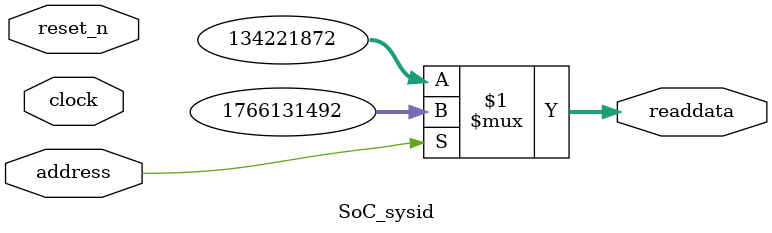
<source format=v>

`timescale 1ns / 1ps
// synthesis translate_on

// turn off superfluous verilog processor warnings 
// altera message_level Level1 
// altera message_off 10034 10035 10036 10037 10230 10240 10030 

module SoC_sysid (
               // inputs:
                address,
                clock,
                reset_n,

               // outputs:
                readdata
             )
;

  output  [ 31: 0] readdata;
  input            address;
  input            clock;
  input            reset_n;

  wire    [ 31: 0] readdata;
  //control_slave, which is an e_avalon_slave
  assign readdata = address ? 1766131492 : 134221872;

endmodule




</source>
